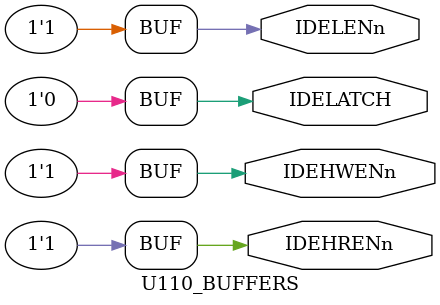
<source format=v>
module U110_BUFFERS (

    output IDELENn, IDEHRENn, IDEHWENn, IDELATCH

);

//ATA BUFFERS
//DISABLE EVERYTHING FOR NOW

assign IDELENn = 1;
assign IDEHRENn = 1;
assign IDEHWENn = 1;
assign IDELATCH = 0;


endmodule

</source>
